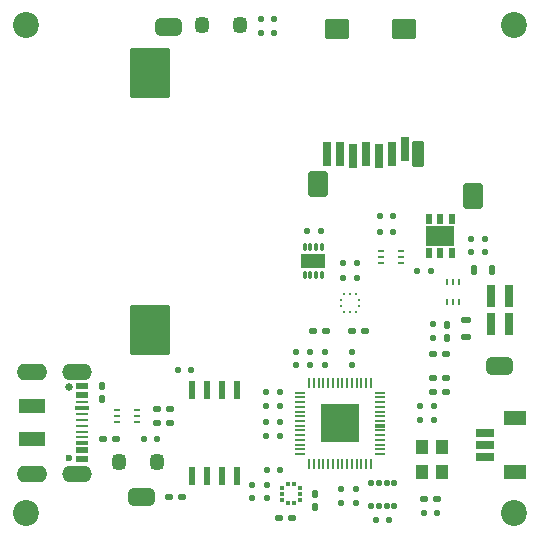
<source format=gbr>
%TF.GenerationSoftware,KiCad,Pcbnew,9.0.2+1*%
%TF.CreationDate,2025-08-01T20:38:56+01:00*%
%TF.ProjectId,PocketSat,506f636b-6574-4536-9174-2e6b69636164,rev?*%
%TF.SameCoordinates,Original*%
%TF.FileFunction,Soldermask,Top*%
%TF.FilePolarity,Negative*%
%FSLAX46Y46*%
G04 Gerber Fmt 4.6, Leading zero omitted, Abs format (unit mm)*
G04 Created by KiCad (PCBNEW 9.0.2+1) date 2025-08-01 20:38:56*
%MOMM*%
%LPD*%
G01*
G04 APERTURE LIST*
G04 Aperture macros list*
%AMRoundRect*
0 Rectangle with rounded corners*
0 $1 Rounding radius*
0 $2 $3 $4 $5 $6 $7 $8 $9 X,Y pos of 4 corners*
0 Add a 4 corners polygon primitive as box body*
4,1,4,$2,$3,$4,$5,$6,$7,$8,$9,$2,$3,0*
0 Add four circle primitives for the rounded corners*
1,1,$1+$1,$2,$3*
1,1,$1+$1,$4,$5*
1,1,$1+$1,$6,$7*
1,1,$1+$1,$8,$9*
0 Add four rect primitives between the rounded corners*
20,1,$1+$1,$2,$3,$4,$5,0*
20,1,$1+$1,$4,$5,$6,$7,0*
20,1,$1+$1,$6,$7,$8,$9,0*
20,1,$1+$1,$8,$9,$2,$3,0*%
%AMFreePoly0*
4,1,23,0.500000,-0.750000,0.000000,-0.750000,0.000000,-0.745722,-0.065263,-0.745722,-0.191342,-0.711940,-0.304381,-0.646677,-0.396677,-0.554381,-0.461940,-0.441342,-0.495722,-0.315263,-0.495722,-0.250000,-0.500000,-0.250000,-0.500000,0.250000,-0.495722,0.250000,-0.495722,0.315263,-0.461940,0.441342,-0.396677,0.554381,-0.304381,0.646677,-0.191342,0.711940,-0.065263,0.745722,0.000000,0.745722,
0.000000,0.750000,0.500000,0.750000,0.500000,-0.750000,0.500000,-0.750000,$1*%
%AMFreePoly1*
4,1,23,0.000000,0.745722,0.065263,0.745722,0.191342,0.711940,0.304381,0.646677,0.396677,0.554381,0.461940,0.441342,0.495722,0.315263,0.495722,0.250000,0.500000,0.250000,0.500000,-0.250000,0.495722,-0.250000,0.495722,-0.315263,0.461940,-0.441342,0.396677,-0.554381,0.304381,-0.646677,0.191342,-0.711940,0.065263,-0.745722,0.000000,-0.745722,0.000000,-0.750000,-0.500000,-0.750000,
-0.500000,0.750000,0.000000,0.750000,0.000000,0.745722,0.000000,0.745722,$1*%
G04 Aperture macros list end*
%ADD10RoundRect,0.127000X0.127000X-0.152400X0.127000X0.152400X-0.127000X0.152400X-0.127000X-0.152400X0*%
%ADD11RoundRect,0.125000X0.202799X0.124999X-0.202799X0.124999X-0.202799X-0.124999X0.202799X-0.124999X0*%
%ADD12RoundRect,0.127000X-0.152400X-0.127000X0.152400X-0.127000X0.152400X0.127000X-0.152400X0.127000X0*%
%ADD13R,0.660400X1.905000*%
%ADD14C,2.200000*%
%ADD15RoundRect,0.127000X-0.127000X0.152400X-0.127000X-0.152400X0.127000X-0.152400X0.127000X0.152400X0*%
%ADD16RoundRect,0.125000X-0.124999X0.202799X-0.124999X-0.202799X0.124999X-0.202799X0.124999X0.202799X0*%
%ADD17RoundRect,0.127000X0.152400X0.127000X-0.152400X0.127000X-0.152400X-0.127000X0.152400X-0.127000X0*%
%ADD18RoundRect,0.125000X-0.202799X-0.124999X0.202799X-0.124999X0.202799X0.124999X-0.202799X0.124999X0*%
%ADD19R,0.304800X0.330200*%
%ADD20R,0.330200X0.304800*%
%ADD21C,0.630000*%
%ADD22C,0.600000*%
%ADD23R,1.000000X0.520000*%
%ADD24R,1.000000X0.270000*%
%ADD25RoundRect,0.070000X-0.500000X0.135000X-0.500000X-0.135000X0.500000X-0.135000X0.500000X0.135000X0*%
%ADD26RoundRect,0.050000X-0.500000X0.135000X-0.500000X-0.135000X0.500000X-0.135000X0.500000X0.135000X0*%
%ADD27RoundRect,0.120000X-1.000000X0.500000X-1.000000X-0.500000X1.000000X-0.500000X1.000000X0.500000X0*%
%ADD28O,2.520000X1.362000*%
%ADD29O,2.604000X1.404000*%
%ADD30FreePoly0,0.000000*%
%ADD31FreePoly1,0.000000*%
%ADD32R,0.177800X0.812800*%
%ADD33R,0.812800X0.177800*%
%ADD34RoundRect,0.050000X0.406400X-0.088900X0.406400X0.088900X-0.406400X0.088900X-0.406400X-0.088900X0*%
%ADD35R,3.200400X3.200400*%
%ADD36R,0.279400X0.254000*%
%ADD37R,0.254000X0.254000*%
%ADD38RoundRect,0.102000X1.585000X1.980000X-1.585000X1.980000X-1.585000X-1.980000X1.585000X-1.980000X0*%
%ADD39RoundRect,0.278500X0.278500X0.358500X-0.278500X0.358500X-0.278500X-0.358500X0.278500X-0.358500X0*%
%ADD40RoundRect,0.125000X-0.125000X-0.281400X0.125000X-0.281400X0.125000X0.281400X-0.125000X0.281400X0*%
%ADD41R,0.609600X0.228600*%
%ADD42R,1.100000X1.300000*%
%ADD43FreePoly0,180.000000*%
%ADD44FreePoly1,180.000000*%
%ADD45R,0.533400X1.524000*%
%ADD46RoundRect,0.061250X0.183750X-0.203750X0.183750X0.203750X-0.183750X0.203750X-0.183750X-0.203750X0*%
%ADD47RoundRect,0.120000X-0.400000X-1.000000X0.400000X-1.000000X0.400000X1.000000X-0.400000X1.000000X0*%
%ADD48R,0.800000X2.000000*%
%ADD49RoundRect,0.120000X-0.900000X-0.700000X0.900000X-0.700000X0.900000X0.700000X-0.900000X0.700000X0*%
%ADD50RoundRect,0.120000X-0.700000X-0.950000X0.700000X-0.950000X0.700000X0.950000X-0.700000X0.950000X0*%
%ADD51RoundRect,0.015000X0.203200X-0.406400X0.203200X0.406400X-0.203200X0.406400X-0.203200X-0.406400X0*%
%ADD52R,2.489200X1.752600*%
%ADD53RoundRect,0.125000X0.281400X-0.125000X0.281400X0.125000X-0.281400X0.125000X-0.281400X-0.125000X0*%
%ADD54RoundRect,0.062000X0.093000X-0.268000X0.093000X0.268000X-0.093000X0.268000X-0.093000X-0.268000X0*%
%ADD55RoundRect,0.052500X0.977500X-0.577500X0.977500X0.577500X-0.977500X0.577500X-0.977500X-0.577500X0*%
%ADD56RoundRect,0.125000X0.124999X-0.202799X0.124999X0.202799X-0.124999X0.202799X-0.124999X-0.202799X0*%
%ADD57R,0.228600X0.609600*%
%ADD58R,1.549400X0.660400*%
%ADD59R,1.905000X1.295400*%
G04 APERTURE END LIST*
%TO.C,JP4*%
G36*
X111748600Y-95800000D02*
G01*
X112048600Y-95800000D01*
X112048600Y-97300000D01*
X111748600Y-97300000D01*
X111748600Y-95800000D01*
G37*
%TO.C,JP5*%
G36*
X142330000Y-86170000D02*
G01*
X142030000Y-86170000D01*
X142030000Y-84670000D01*
X142330000Y-84670000D01*
X142330000Y-86170000D01*
G37*
%TO.C,JP6*%
G36*
X114350000Y-57507500D02*
G01*
X114050000Y-57507500D01*
X114050000Y-56007500D01*
X114350000Y-56007500D01*
X114350000Y-57507500D01*
G37*
%TD*%
D10*
%TO.C,C11*%
X127400000Y-85371500D03*
X127400000Y-84228500D03*
%TD*%
D11*
%TO.C,R18*%
X130802799Y-82500000D03*
X129697201Y-82500000D03*
%TD*%
D12*
%TO.C,C27*%
X122000000Y-57267500D03*
X123143000Y-57267500D03*
%TD*%
D13*
%TO.C,U2*%
X141479999Y-81922200D03*
X142980001Y-81922200D03*
X142980001Y-79509200D03*
X141479999Y-79509200D03*
%TD*%
D14*
%TO.C,H2*%
X143400000Y-97900000D03*
%TD*%
D12*
%TO.C,C3*%
X128978500Y-78000000D03*
X130121500Y-78000000D03*
%TD*%
D15*
%TO.C,C24*%
X140999997Y-74656999D03*
X140999997Y-75799999D03*
%TD*%
D16*
%TO.C,R9*%
X108550000Y-87097201D03*
X108550000Y-88202799D03*
%TD*%
D14*
%TO.C,H3*%
X143400000Y-56600000D03*
%TD*%
D12*
%TO.C,C19*%
X122456999Y-91400000D03*
X123599999Y-91400000D03*
%TD*%
D17*
%TO.C,C36*%
X113221499Y-91618498D03*
X112078499Y-91618498D03*
%TD*%
D11*
%TO.C,R16*%
X137700000Y-84420276D03*
X136594402Y-84420276D03*
%TD*%
D18*
%TO.C,R10*%
X113197200Y-90268498D03*
X114302798Y-90268498D03*
%TD*%
%TO.C,R17*%
X126397201Y-82500000D03*
X127502799Y-82500000D03*
%TD*%
D19*
%TO.C,U4*%
X124299874Y-97044500D03*
X124800000Y-97044500D03*
D20*
X125337337Y-96757226D03*
X125337337Y-96257100D03*
X125337337Y-95756974D03*
D19*
X124800000Y-95469700D03*
X124299874Y-95469700D03*
D20*
X123762537Y-95756974D03*
X123762537Y-96257100D03*
X123762537Y-96757226D03*
%TD*%
D10*
%TO.C,C20*%
X136600000Y-83063277D03*
X136600000Y-81920277D03*
%TD*%
D11*
%TO.C,R12*%
X137652799Y-87650000D03*
X136547201Y-87650000D03*
%TD*%
D21*
%TO.C,J20*%
X105725000Y-87243498D03*
D22*
X105725000Y-93243498D03*
D23*
X106825000Y-87143498D03*
X106825000Y-87893498D03*
D24*
X106825000Y-88493498D03*
D25*
X106825000Y-88993498D03*
D24*
X106825000Y-89493498D03*
X106825000Y-89993498D03*
X106825000Y-90493498D03*
X106825000Y-90993498D03*
X106825000Y-91493498D03*
D26*
X106825000Y-91993498D03*
D23*
X106825000Y-92593498D03*
X106825000Y-93343498D03*
D27*
X102625000Y-88843498D03*
X102625000Y-91643498D03*
D28*
X106450000Y-85923498D03*
X106450000Y-94563498D03*
D29*
X102625000Y-85923498D03*
X102625000Y-94563498D03*
%TD*%
D30*
%TO.C,JP4*%
X111248600Y-96550000D03*
D31*
X112548600Y-96550000D03*
%TD*%
D18*
%TO.C,R24*%
X108622200Y-91618498D03*
X109727798Y-91618498D03*
%TD*%
D12*
%TO.C,C25*%
X132053500Y-74075000D03*
X133196500Y-74075000D03*
%TD*%
D18*
%TO.C,R27*%
X123544402Y-98300000D03*
X124650000Y-98300000D03*
%TD*%
D12*
%TO.C,C26*%
X132053500Y-72775000D03*
X133196500Y-72775000D03*
%TD*%
D32*
%TO.C,MCU2*%
X126100000Y-93703600D03*
X126499999Y-93703600D03*
X126900001Y-93703600D03*
X127300000Y-93703600D03*
X127699999Y-93703600D03*
X128100001Y-93703600D03*
X128500000Y-93703600D03*
X128900000Y-93703600D03*
X129299999Y-93703600D03*
X129700001Y-93703600D03*
X130100000Y-93703600D03*
X130499999Y-93703600D03*
X130900001Y-93703600D03*
X131300000Y-93703600D03*
D33*
X132103600Y-92900000D03*
X132103600Y-92500001D03*
X132103600Y-92099999D03*
X132103600Y-91700000D03*
X132103600Y-91300001D03*
X132103600Y-90899999D03*
D34*
X132103600Y-90500000D03*
D33*
X132103600Y-90100000D03*
X132103600Y-89700001D03*
X132103600Y-89299999D03*
X132103600Y-88900000D03*
X132103600Y-88500001D03*
X132103600Y-88099999D03*
X132103600Y-87700000D03*
D32*
X131300000Y-86896400D03*
X130900001Y-86896400D03*
X130499999Y-86896400D03*
X130100000Y-86896400D03*
X129700001Y-86896400D03*
X129299999Y-86896400D03*
X128900000Y-86896400D03*
X128500000Y-86896400D03*
X128100001Y-86896400D03*
X127699999Y-86896400D03*
X127300000Y-86896400D03*
X126900001Y-86896400D03*
X126499999Y-86896400D03*
X126100000Y-86896400D03*
D33*
X125296400Y-87700000D03*
X125296400Y-88099999D03*
X125296400Y-88500001D03*
X125296400Y-88900000D03*
X125296400Y-89299999D03*
X125296400Y-89700001D03*
X125296400Y-90100000D03*
X125296400Y-90500000D03*
X125296400Y-90899999D03*
X125296400Y-91300001D03*
X125296400Y-91700000D03*
X125296400Y-92099999D03*
X125296400Y-92500001D03*
X125296400Y-92900000D03*
D35*
X128700000Y-90300000D03*
%TD*%
D36*
%TO.C,U6*%
X128789702Y-79876997D03*
X128789702Y-80376997D03*
D37*
X129050004Y-80899998D03*
X129550003Y-80899998D03*
X130050002Y-80899998D03*
D36*
X130310304Y-80376997D03*
X130310304Y-79876997D03*
D37*
X130050002Y-79353996D03*
X129550003Y-79353996D03*
X129050004Y-79353996D03*
%TD*%
D38*
%TO.C,BT1*%
X112600000Y-82372500D03*
X112600000Y-60612500D03*
%TD*%
D39*
%TO.C,D1*%
X109995000Y-93562500D03*
X113205000Y-93562500D03*
%TD*%
D15*
%TO.C,C1*%
X121237336Y-95514225D03*
X121237336Y-96657225D03*
%TD*%
D12*
%TO.C,C17*%
X122456999Y-87600000D03*
X123599999Y-87600000D03*
%TD*%
D11*
%TO.C,R19*%
X136927799Y-96700000D03*
X135822201Y-96700000D03*
%TD*%
D12*
%TO.C,C9*%
X135500001Y-90000000D03*
X136643001Y-90000000D03*
%TD*%
D40*
%TO.C,R5*%
X140030000Y-77290000D03*
X141530000Y-77290000D03*
%TD*%
D15*
%TO.C,C15*%
X128800001Y-95870044D03*
X128800001Y-97013044D03*
%TD*%
D41*
%TO.C,D3*%
X132149100Y-75700001D03*
X132149100Y-76200000D03*
X132149100Y-76699999D03*
X133850900Y-76699999D03*
X133850900Y-76200000D03*
X133850900Y-75700001D03*
%TD*%
D17*
%TO.C,C13*%
X130121502Y-76749997D03*
X128978502Y-76749997D03*
%TD*%
D12*
%TO.C,C5*%
X131728501Y-98488745D03*
X132871501Y-98488745D03*
%TD*%
%TO.C,C18*%
X135500001Y-88800000D03*
X136643001Y-88800000D03*
%TD*%
D39*
%TO.C,D2*%
X117012500Y-56600000D03*
X120222500Y-56600000D03*
%TD*%
D42*
%TO.C,XTAL2*%
X137300000Y-94400000D03*
X137300000Y-92300000D03*
X135650000Y-92300000D03*
X135650000Y-94400000D03*
%TD*%
D18*
%TO.C,R11*%
X113197200Y-89093498D03*
X114302798Y-89093498D03*
%TD*%
D43*
%TO.C,JP5*%
X142830000Y-85420000D03*
D44*
X141530000Y-85420000D03*
%TD*%
D10*
%TO.C,C12*%
X126200000Y-85371500D03*
X126200000Y-84228500D03*
%TD*%
D41*
%TO.C,D4*%
X111518299Y-90193497D03*
X111518299Y-89693498D03*
X111518299Y-89193499D03*
X109816499Y-89193499D03*
X109816499Y-89693498D03*
X109816499Y-90193497D03*
%TD*%
D12*
%TO.C,C6*%
X122000000Y-56067500D03*
X123143000Y-56067500D03*
%TD*%
D45*
%TO.C,U5*%
X116145000Y-94794900D03*
X117415000Y-94794900D03*
X118685000Y-94794900D03*
X119955000Y-94794900D03*
X119955000Y-87505100D03*
X118685000Y-87505100D03*
X117415000Y-87505100D03*
X116145000Y-87505100D03*
%TD*%
D46*
%TO.C,HM1*%
X131350001Y-95318745D03*
X132000001Y-95318745D03*
X132650001Y-95318745D03*
X133300001Y-95318745D03*
X133300001Y-97258745D03*
X132650001Y-97258745D03*
X132000001Y-97258745D03*
X131350001Y-97258745D03*
%TD*%
D47*
%TO.C,J3*%
X135315000Y-67450000D03*
D48*
X134215000Y-67050000D03*
X133115000Y-67450000D03*
X132015000Y-67650000D03*
X130915000Y-67450000D03*
X129815000Y-67650000D03*
X128715000Y-67450000D03*
X127615000Y-67450000D03*
D49*
X128425000Y-56900000D03*
X134125000Y-56900000D03*
D50*
X126825000Y-70050000D03*
X139975000Y-71050000D03*
%TD*%
D51*
%TO.C,U8*%
X136249999Y-75900000D03*
X137200000Y-75900000D03*
X138150001Y-75900000D03*
X138150001Y-73004400D03*
X137200000Y-73004400D03*
X136249999Y-73004400D03*
D52*
X137200000Y-74452200D03*
%TD*%
D18*
%TO.C,R22*%
X114251399Y-96550000D03*
X115356997Y-96550000D03*
%TD*%
D53*
%TO.C,R4*%
X139370000Y-83020000D03*
X139370000Y-81520000D03*
%TD*%
D14*
%TO.C,H4*%
X102100000Y-56600000D03*
%TD*%
D54*
%TO.C,U1*%
X125700000Y-77700000D03*
X126200000Y-77700000D03*
X126700000Y-77700000D03*
X127200000Y-77700000D03*
X127200000Y-75400000D03*
X126700000Y-75400000D03*
X126200000Y-75400000D03*
X125700000Y-75400000D03*
D55*
X126450000Y-76550000D03*
%TD*%
D15*
%TO.C,C22*%
X139800000Y-74656999D03*
X139800000Y-75799999D03*
%TD*%
D56*
%TO.C,R26*%
X126600000Y-97405598D03*
X126600000Y-96300000D03*
%TD*%
D10*
%TO.C,C8*%
X125000000Y-85371500D03*
X125000000Y-84228500D03*
%TD*%
D12*
%TO.C,C29*%
X125928499Y-74000000D03*
X127071501Y-74000000D03*
%TD*%
D15*
%TO.C,C4*%
X130050001Y-95870044D03*
X130050001Y-97013044D03*
%TD*%
D17*
%TO.C,C14*%
X123599999Y-90200000D03*
X122456999Y-90200000D03*
%TD*%
D14*
%TO.C,H1*%
X102100000Y-97900000D03*
%TD*%
D12*
%TO.C,C33*%
X135803499Y-97900000D03*
X136946499Y-97900000D03*
%TD*%
D43*
%TO.C,JP6*%
X114850000Y-56757500D03*
D44*
X113550000Y-56757500D03*
%TD*%
D12*
%TO.C,C23*%
X135228500Y-77402799D03*
X136371500Y-77402799D03*
%TD*%
D11*
%TO.C,R15*%
X137652799Y-86428377D03*
X136547201Y-86428377D03*
%TD*%
D57*
%TO.C,IC1*%
X137794000Y-80030000D03*
X138302000Y-80030000D03*
X138810000Y-80030000D03*
X138810000Y-78353600D03*
X138302000Y-78353600D03*
X137794000Y-78353600D03*
%TD*%
D10*
%TO.C,C7*%
X129700000Y-85371500D03*
X129700000Y-84228500D03*
%TD*%
D17*
%TO.C,C21*%
X116121500Y-85750001D03*
X114978500Y-85750001D03*
%TD*%
%TO.C,C16*%
X123599999Y-88800000D03*
X122456999Y-88800000D03*
%TD*%
%TO.C,C10*%
X123637335Y-94257226D03*
X122494335Y-94257226D03*
%TD*%
D15*
%TO.C,C2*%
X122493512Y-95514225D03*
X122493512Y-96657225D03*
%TD*%
D58*
%TO.C,J5*%
X140991600Y-91109999D03*
X140991600Y-92110000D03*
X140991600Y-93110001D03*
D59*
X143516599Y-94410000D03*
X143516599Y-89810000D03*
%TD*%
D16*
%TO.C,R8*%
X137790652Y-81938978D03*
X137790652Y-83044576D03*
%TD*%
M02*

</source>
